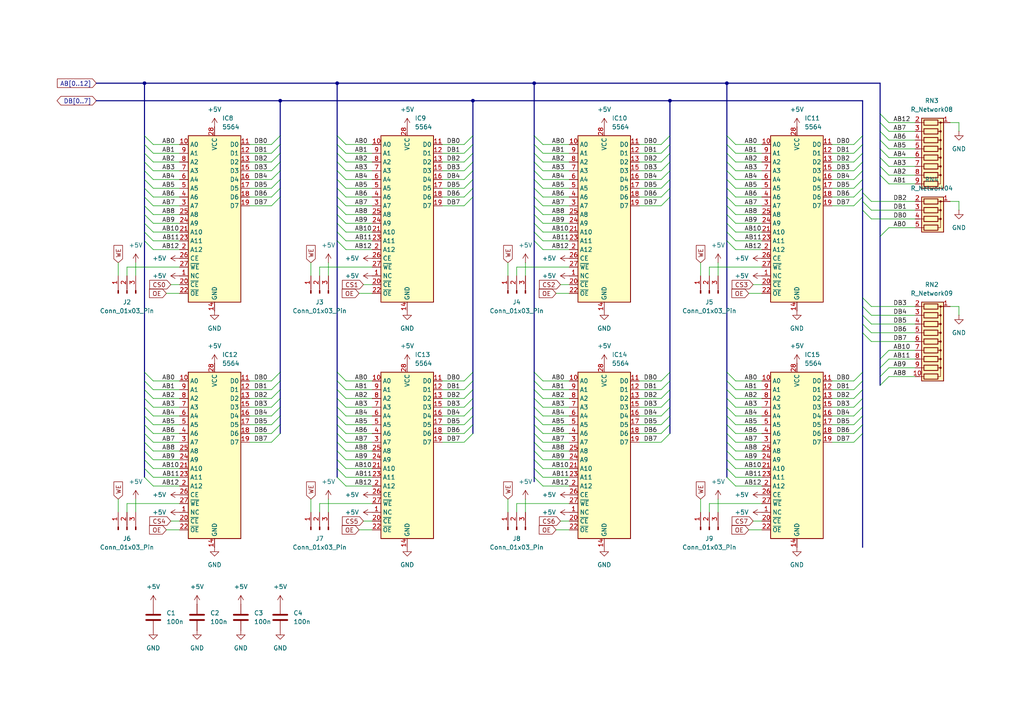
<source format=kicad_sch>
(kicad_sch (version 20231120) (generator "eeschema") (generator_version "8.0")
  (paper "A4")
  (junction (at 194.31 29.21))
  (junction (at 41.91 24.13))
  (junction (at 137.16 29.21))
  (junction (at 210.82 24.13))
  (junction (at 97.79 24.13))
  (junction (at 81.28 29.21))
  (junction (at 154.94 24.13))
  (bus_entry (at 247.65 57.15) (size 2.54 -2.54))
  (bus_entry (at 41.91 41.91) (size 2.54 2.54))
  (bus_entry (at 78.74 123.19) (size 2.54 -2.54))
  (bus_entry (at 210.82 130.81) (size 2.54 2.54))
  (bus_entry (at 247.65 46.99) (size 2.54 -2.54))
  (bus_entry (at 97.79 62.23) (size 2.54 2.54))
  (bus_entry (at 210.82 120.65) (size 2.54 2.54))
  (bus_entry (at 191.77 57.15) (size 2.54 -2.54))
  (bus_entry (at 78.74 125.73) (size 2.54 -2.54))
  (bus_entry (at 78.74 52.07) (size 2.54 -2.54))
  (bus_entry (at 41.91 67.31) (size 2.54 2.54))
  (bus_entry (at 191.77 52.07) (size 2.54 -2.54))
  (bus_entry (at 78.74 113.03) (size 2.54 -2.54))
  (bus_entry (at 154.94 69.85) (size 2.54 2.54))
  (bus_entry (at 210.82 125.73) (size 2.54 2.54))
  (bus_entry (at 255.27 109.22) (size 2.54 -2.54))
  (bus_entry (at 255.27 48.26) (size 2.54 2.54))
  (bus_entry (at 41.91 46.99) (size 2.54 2.54))
  (bus_entry (at 154.94 123.19) (size 2.54 2.54))
  (bus_entry (at 255.27 38.1) (size 2.54 2.54))
  (bus_entry (at 41.91 62.23) (size 2.54 2.54))
  (bus_entry (at 134.62 118.11) (size 2.54 -2.54))
  (bus_entry (at 78.74 44.45) (size 2.54 -2.54))
  (bus_entry (at 210.82 110.49) (size 2.54 2.54))
  (bus_entry (at 97.79 44.45) (size 2.54 2.54))
  (bus_entry (at 41.91 138.43) (size 2.54 2.54))
  (bus_entry (at 41.91 110.49) (size 2.54 2.54))
  (bus_entry (at 78.74 54.61) (size 2.54 -2.54))
  (bus_entry (at 191.77 54.61) (size 2.54 -2.54))
  (bus_entry (at 154.94 64.77) (size 2.54 2.54))
  (bus_entry (at 78.74 59.69) (size 2.54 -2.54))
  (bus_entry (at 250.19 58.42) (size 2.54 2.54))
  (bus_entry (at 134.62 54.61) (size 2.54 -2.54))
  (bus_entry (at 154.94 120.65) (size 2.54 2.54))
  (bus_entry (at 97.79 52.07) (size 2.54 2.54))
  (bus_entry (at 78.74 118.11) (size 2.54 -2.54))
  (bus_entry (at 191.77 44.45) (size 2.54 -2.54))
  (bus_entry (at 134.62 110.49) (size 2.54 -2.54))
  (bus_entry (at 97.79 69.85) (size 2.54 2.54))
  (bus_entry (at 154.94 57.15) (size 2.54 2.54))
  (bus_entry (at 210.82 123.19) (size 2.54 2.54))
  (bus_entry (at 210.82 57.15) (size 2.54 2.54))
  (bus_entry (at 210.82 107.95) (size 2.54 2.54))
  (bus_entry (at 210.82 54.61) (size 2.54 2.54))
  (bus_entry (at 41.91 39.37) (size 2.54 2.54))
  (bus_entry (at 255.27 68.58) (size 2.54 -2.54))
  (bus_entry (at 154.94 46.99) (size 2.54 2.54))
  (bus_entry (at 247.65 123.19) (size 2.54 -2.54))
  (bus_entry (at 210.82 118.11) (size 2.54 2.54))
  (bus_entry (at 97.79 57.15) (size 2.54 2.54))
  (bus_entry (at 255.27 106.68) (size 2.54 -2.54))
  (bus_entry (at 210.82 135.89) (size 2.54 2.54))
  (bus_entry (at 191.77 41.91) (size 2.54 -2.54))
  (bus_entry (at 154.94 128.27) (size 2.54 2.54))
  (bus_entry (at 154.94 113.03) (size 2.54 2.54))
  (bus_entry (at 250.19 96.52) (size 2.54 2.54))
  (bus_entry (at 154.94 52.07) (size 2.54 2.54))
  (bus_entry (at 191.77 59.69) (size 2.54 -2.54))
  (bus_entry (at 247.65 59.69) (size 2.54 -2.54))
  (bus_entry (at 154.94 41.91) (size 2.54 2.54))
  (bus_entry (at 97.79 115.57) (size 2.54 2.54))
  (bus_entry (at 255.27 104.14) (size 2.54 -2.54))
  (bus_entry (at 78.74 115.57) (size 2.54 -2.54))
  (bus_entry (at 41.91 49.53) (size 2.54 2.54))
  (bus_entry (at 41.91 57.15) (size 2.54 2.54))
  (bus_entry (at 250.19 91.44) (size 2.54 2.54))
  (bus_entry (at 154.94 59.69) (size 2.54 2.54))
  (bus_entry (at 255.27 35.56) (size 2.54 2.54))
  (bus_entry (at 97.79 41.91) (size 2.54 2.54))
  (bus_entry (at 250.19 88.9) (size 2.54 2.54))
  (bus_entry (at 41.91 115.57) (size 2.54 2.54))
  (bus_entry (at 41.91 52.07) (size 2.54 2.54))
  (bus_entry (at 154.94 133.35) (size 2.54 2.54))
  (bus_entry (at 247.65 52.07) (size 2.54 -2.54))
  (bus_entry (at 255.27 50.8) (size 2.54 2.54))
  (bus_entry (at 97.79 67.31) (size 2.54 2.54))
  (bus_entry (at 191.77 46.99) (size 2.54 -2.54))
  (bus_entry (at 78.74 128.27) (size 2.54 -2.54))
  (bus_entry (at 97.79 59.69) (size 2.54 2.54))
  (bus_entry (at 97.79 128.27) (size 2.54 2.54))
  (bus_entry (at 210.82 52.07) (size 2.54 2.54))
  (bus_entry (at 154.94 138.43) (size 2.54 2.54))
  (bus_entry (at 191.77 123.19) (size 2.54 -2.54))
  (bus_entry (at 250.19 55.88) (size 2.54 2.54))
  (bus_entry (at 210.82 115.57) (size 2.54 2.54))
  (bus_entry (at 210.82 138.43) (size 2.54 2.54))
  (bus_entry (at 250.19 60.96) (size 2.54 2.54))
  (bus_entry (at 154.94 67.31) (size 2.54 2.54))
  (bus_entry (at 210.82 62.23) (size 2.54 2.54))
  (bus_entry (at 210.82 46.99) (size 2.54 2.54))
  (bus_entry (at 78.74 46.99) (size 2.54 -2.54))
  (bus_entry (at 78.74 120.65) (size 2.54 -2.54))
  (bus_entry (at 97.79 125.73) (size 2.54 2.54))
  (bus_entry (at 154.94 130.81) (size 2.54 2.54))
  (bus_entry (at 78.74 57.15) (size 2.54 -2.54))
  (bus_entry (at 97.79 138.43) (size 2.54 2.54))
  (bus_entry (at 78.74 41.91) (size 2.54 -2.54))
  (bus_entry (at 41.91 133.35) (size 2.54 2.54))
  (bus_entry (at 41.91 128.27) (size 2.54 2.54))
  (bus_entry (at 247.65 118.11) (size 2.54 -2.54))
  (bus_entry (at 191.77 110.49) (size 2.54 -2.54))
  (bus_entry (at 41.91 118.11) (size 2.54 2.54))
  (bus_entry (at 41.91 130.81) (size 2.54 2.54))
  (bus_entry (at 134.62 115.57) (size 2.54 -2.54))
  (bus_entry (at 247.65 41.91) (size 2.54 -2.54))
  (bus_entry (at 97.79 107.95) (size 2.54 2.54))
  (bus_entry (at 247.65 113.03) (size 2.54 -2.54))
  (bus_entry (at 41.91 69.85) (size 2.54 2.54))
  (bus_entry (at 210.82 39.37) (size 2.54 2.54))
  (bus_entry (at 154.94 118.11) (size 2.54 2.54))
  (bus_entry (at 134.62 125.73) (size 2.54 -2.54))
  (bus_entry (at 134.62 46.99) (size 2.54 -2.54))
  (bus_entry (at 247.65 125.73) (size 2.54 -2.54))
  (bus_entry (at 210.82 41.91) (size 2.54 2.54))
  (bus_entry (at 210.82 49.53) (size 2.54 2.54))
  (bus_entry (at 134.62 123.19) (size 2.54 -2.54))
  (bus_entry (at 134.62 57.15) (size 2.54 -2.54))
  (bus_entry (at 134.62 49.53) (size 2.54 -2.54))
  (bus_entry (at 134.62 120.65) (size 2.54 -2.54))
  (bus_entry (at 210.82 128.27) (size 2.54 2.54))
  (bus_entry (at 134.62 128.27) (size 2.54 -2.54))
  (bus_entry (at 255.27 111.76) (size 2.54 -2.54))
  (bus_entry (at 250.19 93.98) (size 2.54 2.54))
  (bus_entry (at 154.94 135.89) (size 2.54 2.54))
  (bus_entry (at 154.94 54.61) (size 2.54 2.54))
  (bus_entry (at 154.94 39.37) (size 2.54 2.54))
  (bus_entry (at 255.27 33.02) (size 2.54 2.54))
  (bus_entry (at 247.65 115.57) (size 2.54 -2.54))
  (bus_entry (at 247.65 110.49) (size 2.54 -2.54))
  (bus_entry (at 255.27 45.72) (size 2.54 2.54))
  (bus_entry (at 210.82 44.45) (size 2.54 2.54))
  (bus_entry (at 210.82 133.35) (size 2.54 2.54))
  (bus_entry (at 41.91 123.19) (size 2.54 2.54))
  (bus_entry (at 191.77 49.53) (size 2.54 -2.54))
  (bus_entry (at 97.79 123.19) (size 2.54 2.54))
  (bus_entry (at 97.79 120.65) (size 2.54 2.54))
  (bus_entry (at 247.65 128.27) (size 2.54 -2.54))
  (bus_entry (at 41.91 135.89) (size 2.54 2.54))
  (bus_entry (at 134.62 44.45) (size 2.54 -2.54))
  (bus_entry (at 97.79 110.49) (size 2.54 2.54))
  (bus_entry (at 154.94 107.95) (size 2.54 2.54))
  (bus_entry (at 97.79 118.11) (size 2.54 2.54))
  (bus_entry (at 154.94 62.23) (size 2.54 2.54))
  (bus_entry (at 97.79 64.77) (size 2.54 2.54))
  (bus_entry (at 41.91 125.73) (size 2.54 2.54))
  (bus_entry (at 210.82 59.69) (size 2.54 2.54))
  (bus_entry (at 134.62 52.07) (size 2.54 -2.54))
  (bus_entry (at 134.62 41.91) (size 2.54 -2.54))
  (bus_entry (at 247.65 44.45) (size 2.54 -2.54))
  (bus_entry (at 255.27 40.64) (size 2.54 2.54))
  (bus_entry (at 97.79 39.37) (size 2.54 2.54))
  (bus_entry (at 134.62 59.69) (size 2.54 -2.54))
  (bus_entry (at 247.65 49.53) (size 2.54 -2.54))
  (bus_entry (at 154.94 44.45) (size 2.54 2.54))
  (bus_entry (at 154.94 49.53) (size 2.54 2.54))
  (bus_entry (at 41.91 59.69) (size 2.54 2.54))
  (bus_entry (at 255.27 43.18) (size 2.54 2.54))
  (bus_entry (at 41.91 54.61) (size 2.54 2.54))
  (bus_entry (at 41.91 107.95) (size 2.54 2.54))
  (bus_entry (at 97.79 49.53) (size 2.54 2.54))
  (bus_entry (at 41.91 64.77) (size 2.54 2.54))
  (bus_entry (at 154.94 125.73) (size 2.54 2.54))
  (bus_entry (at 78.74 110.49) (size 2.54 -2.54))
  (bus_entry (at 191.77 125.73) (size 2.54 -2.54))
  (bus_entry (at 134.62 113.03) (size 2.54 -2.54))
  (bus_entry (at 97.79 130.81) (size 2.54 2.54))
  (bus_entry (at 41.91 113.03) (size 2.54 2.54))
  (bus_entry (at 191.77 118.11) (size 2.54 -2.54))
  (bus_entry (at 210.82 64.77) (size 2.54 2.54))
  (bus_entry (at 247.65 54.61) (size 2.54 -2.54))
  (bus_entry (at 97.79 135.89) (size 2.54 2.54))
  (bus_entry (at 247.65 120.65) (size 2.54 -2.54))
  (bus_entry (at 97.79 133.35) (size 2.54 2.54))
  (bus_entry (at 191.77 115.57) (size 2.54 -2.54))
  (bus_entry (at 97.79 54.61) (size 2.54 2.54))
  (bus_entry (at 191.77 113.03) (size 2.54 -2.54))
  (bus_entry (at 154.94 110.49) (size 2.54 2.54))
  (bus_entry (at 191.77 120.65) (size 2.54 -2.54))
  (bus_entry (at 210.82 113.03) (size 2.54 2.54))
  (bus_entry (at 97.79 46.99) (size 2.54 2.54))
  (bus_entry (at 210.82 69.85) (size 2.54 2.54))
  (bus_entry (at 250.19 86.36) (size 2.54 2.54))
  (bus_entry (at 78.74 49.53) (size 2.54 -2.54))
  (bus_entry (at 41.91 44.45) (size 2.54 2.54))
  (bus_entry (at 97.79 113.03) (size 2.54 2.54))
  (bus_entry (at 41.91 120.65) (size 2.54 2.54))
  (bus_entry (at 191.77 128.27) (size 2.54 -2.54))
  (bus_entry (at 154.94 115.57) (size 2.54 2.54))
  (bus_entry (at 210.82 67.31) (size 2.54 2.54))
  (bus (pts (xy 210.82 69.85) (xy 210.82 107.95)))
  (wire (pts (xy 213.36 44.45) (xy 220.98 44.45)))
  (wire (pts (xy 128.27 120.65) (xy 134.62 120.65)))
  (wire (pts (xy 213.36 64.77) (xy 220.98 64.77)))
  (wire (pts (xy 241.3 46.99) (xy 247.65 46.99)))
  (bus (pts (xy 81.28 123.19) (xy 81.28 120.65)))
  (bus (pts (xy 97.79 39.37) (xy 97.79 41.91)))
  (wire (pts (xy 157.48 59.69) (xy 165.1 59.69)))
  (wire (pts (xy 100.33 44.45) (xy 107.95 44.45)))
  (wire (pts (xy 104.14 153.67) (xy 107.95 153.67)))
  (bus (pts (xy 97.79 128.27) (xy 97.79 130.81)))
  (wire (pts (xy 185.42 125.73) (xy 191.77 125.73)))
  (bus (pts (xy 250.19 120.65) (xy 250.19 123.19)))
  (bus (pts (xy 154.94 138.43) (xy 154.94 139.7)))
  (wire (pts (xy 100.33 123.19) (xy 107.95 123.19)))
  (wire (pts (xy 72.39 128.27) (xy 78.74 128.27)))
  (wire (pts (xy 90.17 76.2) (xy 90.17 80.01)))
  (wire (pts (xy 152.4 76.2) (xy 152.4 80.01)))
  (bus (pts (xy 255.27 35.56) (xy 255.27 38.1)))
  (wire (pts (xy 257.81 43.18) (xy 265.43 43.18)))
  (bus (pts (xy 255.27 106.68) (xy 255.27 109.22)))
  (wire (pts (xy 218.44 151.13) (xy 220.98 151.13)))
  (bus (pts (xy 194.31 54.61) (xy 194.31 57.15)))
  (wire (pts (xy 213.36 59.69) (xy 220.98 59.69)))
  (bus (pts (xy 97.79 135.89) (xy 97.79 138.43)))
  (wire (pts (xy 34.29 144.78) (xy 34.29 148.59)))
  (bus (pts (xy 250.19 86.36) (xy 250.19 88.9)))
  (wire (pts (xy 44.45 120.65) (xy 52.07 120.65)))
  (wire (pts (xy 185.42 113.03) (xy 191.77 113.03)))
  (bus (pts (xy 97.79 59.69) (xy 97.79 62.23)))
  (bus (pts (xy 250.19 49.53) (xy 250.19 52.07)))
  (wire (pts (xy 100.33 115.57) (xy 107.95 115.57)))
  (bus (pts (xy 81.28 57.15) (xy 81.28 54.61)))
  (wire (pts (xy 241.3 115.57) (xy 247.65 115.57)))
  (wire (pts (xy 100.33 128.27) (xy 107.95 128.27)))
  (bus (pts (xy 41.91 138.43) (xy 41.91 135.89)))
  (bus (pts (xy 41.91 113.03) (xy 41.91 110.49)))
  (wire (pts (xy 157.48 125.73) (xy 165.1 125.73)))
  (wire (pts (xy 257.81 104.14) (xy 265.43 104.14)))
  (wire (pts (xy 128.27 57.15) (xy 134.62 57.15)))
  (bus (pts (xy 210.82 64.77) (xy 210.82 67.31)))
  (wire (pts (xy 205.74 146.05) (xy 220.98 146.05)))
  (wire (pts (xy 44.45 41.91) (xy 52.07 41.91)))
  (wire (pts (xy 128.27 113.03) (xy 134.62 113.03)))
  (wire (pts (xy 208.28 144.78) (xy 208.28 148.59)))
  (wire (pts (xy 72.39 57.15) (xy 78.74 57.15)))
  (wire (pts (xy 252.73 63.5) (xy 265.43 63.5)))
  (wire (pts (xy 149.86 146.05) (xy 165.1 146.05)))
  (wire (pts (xy 213.36 115.57) (xy 220.98 115.57)))
  (wire (pts (xy 252.73 93.98) (xy 265.43 93.98)))
  (bus (pts (xy 194.31 52.07) (xy 194.31 54.61)))
  (bus (pts (xy 137.16 54.61) (xy 137.16 57.15)))
  (wire (pts (xy 92.71 77.47) (xy 92.71 80.01)))
  (wire (pts (xy 213.36 49.53) (xy 220.98 49.53)))
  (wire (pts (xy 162.56 151.13) (xy 165.1 151.13)))
  (wire (pts (xy 128.27 49.53) (xy 134.62 49.53)))
  (bus (pts (xy 137.16 110.49) (xy 137.16 113.03)))
  (wire (pts (xy 100.33 133.35) (xy 107.95 133.35)))
  (wire (pts (xy 72.39 115.57) (xy 78.74 115.57)))
  (wire (pts (xy 36.83 146.05) (xy 52.07 146.05)))
  (wire (pts (xy 275.59 58.42) (xy 278.13 58.42)))
  (wire (pts (xy 157.48 140.97) (xy 165.1 140.97)))
  (bus (pts (xy 194.31 46.99) (xy 194.31 49.53)))
  (wire (pts (xy 157.48 138.43) (xy 165.1 138.43)))
  (bus (pts (xy 194.31 49.53) (xy 194.31 52.07)))
  (bus (pts (xy 210.82 59.69) (xy 210.82 62.23)))
  (bus (pts (xy 250.19 39.37) (xy 250.19 41.91)))
  (wire (pts (xy 157.48 64.77) (xy 165.1 64.77)))
  (bus (pts (xy 27.94 24.13) (xy 41.91 24.13)))
  (bus (pts (xy 250.19 54.61) (xy 250.19 55.88)))
  (wire (pts (xy 128.27 125.73) (xy 134.62 125.73)))
  (bus (pts (xy 250.19 41.91) (xy 250.19 44.45)))
  (bus (pts (xy 137.16 123.19) (xy 137.16 125.73)))
  (wire (pts (xy 157.48 115.57) (xy 165.1 115.57)))
  (wire (pts (xy 213.36 72.39) (xy 220.98 72.39)))
  (bus (pts (xy 41.91 44.45) (xy 41.91 41.91)))
  (bus (pts (xy 255.27 43.18) (xy 255.27 45.72)))
  (bus (pts (xy 137.16 57.15) (xy 137.16 107.95)))
  (wire (pts (xy 252.73 58.42) (xy 265.43 58.42)))
  (bus (pts (xy 154.94 123.19) (xy 154.94 125.73)))
  (wire (pts (xy 44.45 54.61) (xy 52.07 54.61)))
  (wire (pts (xy 241.3 113.03) (xy 247.65 113.03)))
  (bus (pts (xy 41.91 123.19) (xy 41.91 120.65)))
  (wire (pts (xy 217.17 153.67) (xy 220.98 153.67)))
  (wire (pts (xy 185.42 54.61) (xy 191.77 54.61)))
  (bus (pts (xy 250.19 110.49) (xy 250.19 113.03)))
  (wire (pts (xy 213.36 128.27) (xy 220.98 128.27)))
  (wire (pts (xy 44.45 72.39) (xy 52.07 72.39)))
  (wire (pts (xy 152.4 144.78) (xy 152.4 148.59)))
  (bus (pts (xy 154.94 67.31) (xy 154.94 69.85)))
  (bus (pts (xy 210.82 46.99) (xy 210.82 49.53)))
  (wire (pts (xy 149.86 77.47) (xy 165.1 77.47)))
  (bus (pts (xy 137.16 44.45) (xy 137.16 46.99)))
  (wire (pts (xy 278.13 35.56) (xy 278.13 38.1)))
  (bus (pts (xy 97.79 69.85) (xy 97.79 107.95)))
  (bus (pts (xy 194.31 39.37) (xy 194.31 41.91)))
  (wire (pts (xy 217.17 85.09) (xy 220.98 85.09)))
  (wire (pts (xy 218.44 82.55) (xy 220.98 82.55)))
  (wire (pts (xy 252.73 91.44) (xy 265.43 91.44)))
  (bus (pts (xy 137.16 52.07) (xy 137.16 54.61)))
  (bus (pts (xy 255.27 68.58) (xy 255.27 104.14)))
  (wire (pts (xy 241.3 123.19) (xy 247.65 123.19)))
  (bus (pts (xy 81.28 46.99) (xy 81.28 44.45)))
  (wire (pts (xy 257.81 40.64) (xy 265.43 40.64)))
  (bus (pts (xy 210.82 24.13) (xy 255.27 24.13)))
  (bus (pts (xy 81.28 52.07) (xy 81.28 49.53)))
  (bus (pts (xy 210.82 49.53) (xy 210.82 52.07)))
  (wire (pts (xy 185.42 115.57) (xy 191.77 115.57)))
  (bus (pts (xy 255.27 38.1) (xy 255.27 40.64)))
  (bus (pts (xy 210.82 24.13) (xy 210.82 39.37)))
  (wire (pts (xy 203.2 144.78) (xy 203.2 148.59)))
  (bus (pts (xy 154.94 39.37) (xy 154.94 41.91)))
  (wire (pts (xy 100.33 59.69) (xy 107.95 59.69)))
  (wire (pts (xy 241.3 120.65) (xy 247.65 120.65)))
  (bus (pts (xy 41.91 46.99) (xy 41.91 44.45)))
  (wire (pts (xy 72.39 125.73) (xy 78.74 125.73)))
  (bus (pts (xy 137.16 29.21) (xy 194.31 29.21)))
  (bus (pts (xy 97.79 67.31) (xy 97.79 69.85)))
  (bus (pts (xy 41.91 24.13) (xy 97.79 24.13)))
  (wire (pts (xy 44.45 133.35) (xy 52.07 133.35)))
  (bus (pts (xy 137.16 29.21) (xy 137.16 39.37)))
  (bus (pts (xy 210.82 135.89) (xy 210.82 138.43)))
  (wire (pts (xy 185.42 118.11) (xy 191.77 118.11)))
  (bus (pts (xy 194.31 107.95) (xy 194.31 110.49)))
  (wire (pts (xy 275.59 88.9) (xy 278.13 88.9)))
  (wire (pts (xy 161.29 85.09) (xy 165.1 85.09)))
  (wire (pts (xy 48.26 85.09) (xy 52.07 85.09)))
  (wire (pts (xy 252.73 60.96) (xy 265.43 60.96)))
  (wire (pts (xy 44.45 138.43) (xy 52.07 138.43)))
  (bus (pts (xy 154.94 107.95) (xy 154.94 110.49)))
  (bus (pts (xy 97.79 62.23) (xy 97.79 64.77)))
  (wire (pts (xy 105.41 151.13) (xy 107.95 151.13)))
  (wire (pts (xy 157.48 113.03) (xy 165.1 113.03)))
  (wire (pts (xy 252.73 88.9) (xy 265.43 88.9)))
  (wire (pts (xy 72.39 113.03) (xy 78.74 113.03)))
  (wire (pts (xy 104.14 85.09) (xy 107.95 85.09)))
  (bus (pts (xy 137.16 46.99) (xy 137.16 49.53)))
  (wire (pts (xy 44.45 113.03) (xy 52.07 113.03)))
  (wire (pts (xy 157.48 67.31) (xy 165.1 67.31)))
  (bus (pts (xy 250.19 115.57) (xy 250.19 118.11)))
  (wire (pts (xy 213.36 110.49) (xy 220.98 110.49)))
  (wire (pts (xy 72.39 52.07) (xy 78.74 52.07)))
  (bus (pts (xy 194.31 57.15) (xy 194.31 107.95)))
  (bus (pts (xy 81.28 49.53) (xy 81.28 46.99)))
  (bus (pts (xy 41.91 39.37) (xy 41.91 24.13)))
  (bus (pts (xy 210.82 118.11) (xy 210.82 120.65)))
  (wire (pts (xy 100.33 49.53) (xy 107.95 49.53)))
  (bus (pts (xy 154.94 135.89) (xy 154.94 138.43)))
  (wire (pts (xy 100.33 64.77) (xy 107.95 64.77)))
  (wire (pts (xy 100.33 69.85) (xy 107.95 69.85)))
  (wire (pts (xy 44.45 49.53) (xy 52.07 49.53)))
  (bus (pts (xy 250.19 60.96) (xy 250.19 86.36)))
  (wire (pts (xy 128.27 44.45) (xy 134.62 44.45)))
  (wire (pts (xy 100.33 46.99) (xy 107.95 46.99)))
  (wire (pts (xy 257.81 53.34) (xy 265.43 53.34)))
  (bus (pts (xy 41.91 128.27) (xy 41.91 125.73)))
  (wire (pts (xy 44.45 52.07) (xy 52.07 52.07)))
  (wire (pts (xy 44.45 69.85) (xy 52.07 69.85)))
  (wire (pts (xy 241.3 118.11) (xy 247.65 118.11)))
  (wire (pts (xy 185.42 57.15) (xy 191.77 57.15)))
  (bus (pts (xy 81.28 39.37) (xy 81.28 29.21)))
  (bus (pts (xy 137.16 107.95) (xy 137.16 110.49)))
  (wire (pts (xy 157.48 44.45) (xy 165.1 44.45)))
  (bus (pts (xy 81.28 118.11) (xy 81.28 115.57)))
  (wire (pts (xy 213.36 57.15) (xy 220.98 57.15)))
  (wire (pts (xy 205.74 77.47) (xy 205.74 80.01)))
  (wire (pts (xy 44.45 44.45) (xy 52.07 44.45)))
  (wire (pts (xy 185.42 46.99) (xy 191.77 46.99)))
  (wire (pts (xy 34.29 76.2) (xy 34.29 80.01)))
  (bus (pts (xy 154.94 110.49) (xy 154.94 113.03)))
  (bus (pts (xy 154.94 54.61) (xy 154.94 57.15)))
  (bus (pts (xy 250.19 57.15) (xy 250.19 58.42)))
  (wire (pts (xy 213.36 69.85) (xy 220.98 69.85)))
  (bus (pts (xy 41.91 41.91) (xy 41.91 39.37)))
  (wire (pts (xy 278.13 88.9) (xy 278.13 91.44)))
  (wire (pts (xy 157.48 52.07) (xy 165.1 52.07)))
  (bus (pts (xy 41.91 133.35) (xy 41.91 130.81)))
  (bus (pts (xy 194.31 113.03) (xy 194.31 115.57)))
  (bus (pts (xy 154.94 69.85) (xy 154.94 107.95)))
  (bus (pts (xy 41.91 59.69) (xy 41.91 57.15)))
  (wire (pts (xy 49.53 82.55) (xy 52.07 82.55)))
  (wire (pts (xy 44.45 135.89) (xy 52.07 135.89)))
  (bus (pts (xy 137.16 120.65) (xy 137.16 123.19)))
  (bus (pts (xy 97.79 54.61) (xy 97.79 57.15)))
  (wire (pts (xy 92.71 146.05) (xy 107.95 146.05)))
  (wire (pts (xy 100.33 54.61) (xy 107.95 54.61)))
  (wire (pts (xy 39.37 76.2) (xy 39.37 80.01)))
  (bus (pts (xy 210.82 128.27) (xy 210.82 130.81)))
  (wire (pts (xy 205.74 77.47) (xy 220.98 77.47)))
  (wire (pts (xy 44.45 115.57) (xy 52.07 115.57)))
  (bus (pts (xy 27.94 29.21) (xy 81.28 29.21)))
  (bus (pts (xy 97.79 113.03) (xy 97.79 115.57)))
  (bus (pts (xy 97.79 44.45) (xy 97.79 46.99)))
  (wire (pts (xy 157.48 57.15) (xy 165.1 57.15)))
  (wire (pts (xy 157.48 54.61) (xy 165.1 54.61)))
  (bus (pts (xy 154.94 46.99) (xy 154.94 49.53)))
  (wire (pts (xy 157.48 135.89) (xy 165.1 135.89)))
  (bus (pts (xy 250.19 88.9) (xy 250.19 91.44)))
  (bus (pts (xy 81.28 125.73) (xy 81.28 123.19)))
  (bus (pts (xy 97.79 41.91) (xy 97.79 44.45)))
  (bus (pts (xy 97.79 120.65) (xy 97.79 123.19)))
  (bus (pts (xy 250.19 125.73) (xy 250.19 158.75)))
  (bus (pts (xy 41.91 115.57) (xy 41.91 113.03)))
  (bus (pts (xy 137.16 39.37) (xy 137.16 41.91)))
  (bus (pts (xy 41.91 125.73) (xy 41.91 123.19)))
  (bus (pts (xy 210.82 110.49) (xy 210.82 113.03)))
  (bus (pts (xy 41.91 54.61) (xy 41.91 52.07)))
  (wire (pts (xy 105.41 82.55) (xy 107.95 82.55)))
  (wire (pts (xy 100.33 67.31) (xy 107.95 67.31)))
  (wire (pts (xy 185.42 128.27) (xy 191.77 128.27)))
  (bus (pts (xy 154.94 64.77) (xy 154.94 67.31)))
  (wire (pts (xy 257.81 48.26) (xy 265.43 48.26)))
  (wire (pts (xy 72.39 46.99) (xy 78.74 46.99)))
  (wire (pts (xy 92.71 146.05) (xy 92.71 148.59)))
  (bus (pts (xy 154.94 62.23) (xy 154.94 64.77)))
  (bus (pts (xy 41.91 52.07) (xy 41.91 49.53)))
  (wire (pts (xy 185.42 52.07) (xy 191.77 52.07)))
  (wire (pts (xy 213.36 133.35) (xy 220.98 133.35)))
  (wire (pts (xy 185.42 41.91) (xy 191.77 41.91)))
  (bus (pts (xy 81.28 110.49) (xy 81.28 107.95)))
  (bus (pts (xy 255.27 109.22) (xy 255.27 111.76)))
  (wire (pts (xy 100.33 125.73) (xy 107.95 125.73)))
  (wire (pts (xy 44.45 64.77) (xy 52.07 64.77)))
  (wire (pts (xy 44.45 130.81) (xy 52.07 130.81)))
  (bus (pts (xy 97.79 24.13) (xy 154.94 24.13)))
  (wire (pts (xy 157.48 118.11) (xy 165.1 118.11)))
  (bus (pts (xy 154.94 120.65) (xy 154.94 123.19)))
  (wire (pts (xy 44.45 125.73) (xy 52.07 125.73)))
  (wire (pts (xy 44.45 57.15) (xy 52.07 57.15)))
  (bus (pts (xy 210.82 123.19) (xy 210.82 125.73)))
  (wire (pts (xy 161.29 153.67) (xy 165.1 153.67)))
  (bus (pts (xy 81.28 107.95) (xy 81.28 57.15)))
  (wire (pts (xy 128.27 41.91) (xy 134.62 41.91)))
  (wire (pts (xy 213.36 135.89) (xy 220.98 135.89)))
  (bus (pts (xy 250.19 93.98) (xy 250.19 96.52)))
  (wire (pts (xy 100.33 113.03) (xy 107.95 113.03)))
  (wire (pts (xy 72.39 120.65) (xy 78.74 120.65)))
  (wire (pts (xy 208.28 76.2) (xy 208.28 80.01)))
  (bus (pts (xy 250.19 29.21) (xy 250.19 39.37)))
  (bus (pts (xy 154.94 130.81) (xy 154.94 133.35)))
  (bus (pts (xy 194.31 110.49) (xy 194.31 113.03)))
  (wire (pts (xy 157.48 46.99) (xy 165.1 46.99)))
  (bus (pts (xy 137.16 118.11) (xy 137.16 120.65)))
  (bus (pts (xy 97.79 107.95) (xy 97.79 110.49)))
  (wire (pts (xy 162.56 82.55) (xy 165.1 82.55)))
  (wire (pts (xy 44.45 128.27) (xy 52.07 128.27)))
  (bus (pts (xy 210.82 130.81) (xy 210.82 133.35)))
  (wire (pts (xy 100.33 120.65) (xy 107.95 120.65)))
  (bus (pts (xy 210.82 52.07) (xy 210.82 54.61)))
  (wire (pts (xy 241.3 41.91) (xy 247.65 41.91)))
  (wire (pts (xy 72.39 54.61) (xy 78.74 54.61)))
  (bus (pts (xy 97.79 133.35) (xy 97.79 135.89)))
  (bus (pts (xy 250.19 55.88) (xy 250.19 57.15)))
  (wire (pts (xy 147.32 76.2) (xy 147.32 80.01)))
  (wire (pts (xy 241.3 52.07) (xy 247.65 52.07)))
  (wire (pts (xy 44.45 46.99) (xy 52.07 46.99)))
  (wire (pts (xy 100.33 62.23) (xy 107.95 62.23)))
  (bus (pts (xy 194.31 120.65) (xy 194.31 123.19)))
  (bus (pts (xy 81.28 29.21) (xy 137.16 29.21)))
  (wire (pts (xy 90.17 144.78) (xy 90.17 148.59)))
  (wire (pts (xy 185.42 120.65) (xy 191.77 120.65)))
  (wire (pts (xy 213.36 62.23) (xy 220.98 62.23)))
  (bus (pts (xy 41.91 110.49) (xy 41.91 107.95)))
  (wire (pts (xy 100.33 52.07) (xy 107.95 52.07)))
  (wire (pts (xy 72.39 118.11) (xy 78.74 118.11)))
  (bus (pts (xy 210.82 39.37) (xy 210.82 41.91)))
  (bus (pts (xy 137.16 49.53) (xy 137.16 52.07)))
  (wire (pts (xy 128.27 110.49) (xy 134.62 110.49)))
  (bus (pts (xy 41.91 57.15) (xy 41.91 54.61)))
  (bus (pts (xy 250.19 123.19) (xy 250.19 125.73)))
  (wire (pts (xy 72.39 44.45) (xy 78.74 44.45)))
  (wire (pts (xy 100.33 57.15) (xy 107.95 57.15)))
  (bus (pts (xy 210.82 120.65) (xy 210.82 123.19)))
  (bus (pts (xy 250.19 107.95) (xy 250.19 110.49)))
  (wire (pts (xy 213.36 130.81) (xy 220.98 130.81)))
  (wire (pts (xy 257.81 66.04) (xy 265.43 66.04)))
  (wire (pts (xy 128.27 46.99) (xy 134.62 46.99)))
  (bus (pts (xy 210.82 62.23) (xy 210.82 64.77)))
  (wire (pts (xy 44.45 140.97) (xy 52.07 140.97)))
  (bus (pts (xy 255.27 48.26) (xy 255.27 50.8)))
  (bus (pts (xy 210.82 125.73) (xy 210.82 128.27)))
  (wire (pts (xy 100.33 110.49) (xy 107.95 110.49)))
  (bus (pts (xy 97.79 49.53) (xy 97.79 52.07)))
  (bus (pts (xy 250.19 52.07) (xy 250.19 54.61)))
  (wire (pts (xy 44.45 62.23) (xy 52.07 62.23)))
  (bus (pts (xy 97.79 24.13) (xy 97.79 39.37)))
  (bus (pts (xy 255.27 45.72) (xy 255.27 48.26)))
  (bus (pts (xy 41.91 118.11) (xy 41.91 115.57)))
  (bus (pts (xy 154.94 59.69) (xy 154.94 62.23)))
  (bus (pts (xy 41.91 107.95) (xy 41.91 69.85)))
  (wire (pts (xy 44.45 110.49) (xy 52.07 110.49)))
  (wire (pts (xy 203.2 76.2) (xy 203.2 80.01)))
  (wire (pts (xy 257.81 109.22) (xy 265.43 109.22)))
  (bus (pts (xy 154.94 24.13) (xy 210.82 24.13)))
  (wire (pts (xy 128.27 115.57) (xy 134.62 115.57)))
  (bus (pts (xy 255.27 50.8) (xy 255.27 68.58)))
  (bus (pts (xy 210.82 67.31) (xy 210.82 69.85)))
  (wire (pts (xy 157.48 110.49) (xy 165.1 110.49)))
  (bus (pts (xy 154.94 118.11) (xy 154.94 120.65)))
  (wire (pts (xy 44.45 118.11) (xy 52.07 118.11)))
  (bus (pts (xy 194.31 29.21) (xy 194.31 39.37)))
  (wire (pts (xy 92.71 77.47) (xy 107.95 77.47)))
  (bus (pts (xy 81.28 41.91) (xy 81.28 39.37)))
  (wire (pts (xy 100.33 130.81) (xy 107.95 130.81)))
  (wire (pts (xy 157.48 123.19) (xy 165.1 123.19)))
  (wire (pts (xy 128.27 123.19) (xy 134.62 123.19)))
  (bus (pts (xy 255.27 40.64) (xy 255.27 43.18)))
  (bus (pts (xy 97.79 52.07) (xy 97.79 54.61)))
  (bus (pts (xy 81.28 54.61) (xy 81.28 52.07)))
  (wire (pts (xy 100.33 135.89) (xy 107.95 135.89)))
  (wire (pts (xy 149.86 146.05) (xy 149.86 148.59)))
  (bus (pts (xy 41.91 67.31) (xy 41.91 64.77)))
  (wire (pts (xy 49.53 151.13) (xy 52.07 151.13)))
  (bus (pts (xy 194.31 118.11) (xy 194.31 120.65)))
  (bus (pts (xy 210.82 115.57) (xy 210.82 118.11)))
  (wire (pts (xy 257.81 35.56) (xy 265.43 35.56)))
  (wire (pts (xy 100.33 140.97) (xy 107.95 140.97)))
  (bus (pts (xy 97.79 125.73) (xy 97.79 128.27)))
  (wire (pts (xy 213.36 41.91) (xy 220.98 41.91)))
  (bus (pts (xy 194.31 44.45) (xy 194.31 46.99)))
  (wire (pts (xy 205.74 146.05) (xy 205.74 148.59)))
  (wire (pts (xy 128.27 128.27) (xy 134.62 128.27)))
  (wire (pts (xy 241.3 128.27) (xy 247.65 128.27)))
  (bus (pts (xy 255.27 24.13) (xy 255.27 33.02)))
  (wire (pts (xy 72.39 59.69) (xy 78.74 59.69)))
  (wire (pts (xy 128.27 118.11) (xy 134.62 118.11)))
  (bus (pts (xy 41.91 62.23) (xy 41.91 59.69)))
  (bus (pts (xy 210.82 54.61) (xy 210.82 57.15)))
  (bus (pts (xy 41.91 64.77) (xy 41.91 62.23)))
  (wire (pts (xy 241.3 54.61) (xy 247.65 54.61)))
  (bus (pts (xy 97.79 110.49) (xy 97.79 113.03)))
  (bus (pts (xy 210.82 41.91) (xy 210.82 44.45)))
  (wire (pts (xy 157.48 69.85) (xy 165.1 69.85)))
  (wire (pts (xy 100.33 41.91) (xy 107.95 41.91)))
  (bus (pts (xy 137.16 41.91) (xy 137.16 44.45)))
  (wire (pts (xy 157.48 128.27) (xy 165.1 128.27)))
  (bus (pts (xy 81.28 44.45) (xy 81.28 41.91)))
  (bus (pts (xy 194.31 29.21) (xy 250.19 29.21)))
  (wire (pts (xy 213.36 54.61) (xy 220.98 54.61)))
  (bus (pts (xy 97.79 57.15) (xy 97.79 59.69)))
  (bus (pts (xy 210.82 113.03) (xy 210.82 115.57)))
  (wire (pts (xy 44.45 67.31) (xy 52.07 67.31)))
  (wire (pts (xy 36.83 77.47) (xy 52.07 77.47)))
  (wire (pts (xy 185.42 110.49) (xy 191.77 110.49)))
  (bus (pts (xy 210.82 133.35) (xy 210.82 135.89)))
  (wire (pts (xy 252.73 96.52) (xy 265.43 96.52)))
  (bus (pts (xy 81.28 113.03) (xy 81.28 110.49)))
  (wire (pts (xy 241.3 44.45) (xy 247.65 44.45)))
  (bus (pts (xy 97.79 64.77) (xy 97.79 67.31)))
  (bus (pts (xy 250.19 44.45) (xy 250.19 46.99)))
  (wire (pts (xy 44.45 123.19) (xy 52.07 123.19)))
  (wire (pts (xy 157.48 49.53) (xy 165.1 49.53)))
  (wire (pts (xy 185.42 123.19) (xy 191.77 123.19)))
  (bus (pts (xy 154.94 125.73) (xy 154.94 128.27)))
  (bus (pts (xy 41.91 135.89) (xy 41.91 133.35)))
  (wire (pts (xy 128.27 54.61) (xy 134.62 54.61)))
  (wire (pts (xy 241.3 125.73) (xy 247.65 125.73)))
  (wire (pts (xy 157.48 72.39) (xy 165.1 72.39)))
  (bus (pts (xy 210.82 57.15) (xy 210.82 59.69)))
  (wire (pts (xy 39.37 144.78) (xy 39.37 148.59)))
  (wire (pts (xy 241.3 49.53) (xy 247.65 49.53)))
  (wire (pts (xy 257.81 38.1) (xy 265.43 38.1)))
  (bus (pts (xy 41.91 120.65) (xy 41.91 118.11)))
  (bus (pts (xy 137.16 115.57) (xy 137.16 118.11)))
  (bus (pts (xy 97.79 118.11) (xy 97.79 120.65)))
  (wire (pts (xy 257.81 50.8) (xy 265.43 50.8)))
  (wire (pts (xy 275.59 35.56) (xy 278.13 35.56)))
  (wire (pts (xy 157.48 133.35) (xy 165.1 133.35)))
  (wire (pts (xy 100.33 72.39) (xy 107.95 72.39)))
  (wire (pts (xy 128.27 52.07) (xy 134.62 52.07)))
  (wire (pts (xy 157.48 62.23) (xy 165.1 62.23)))
  (bus (pts (xy 41.91 130.81) (xy 41.91 128.27)))
  (bus (pts (xy 97.79 123.19) (xy 97.79 125.73)))
  (wire (pts (xy 185.42 44.45) (xy 191.77 44.45)))
  (bus (pts (xy 210.82 107.95) (xy 210.82 110.49)))
  (bus (pts (xy 154.94 49.53) (xy 154.94 52.07)))
  (bus (pts (xy 250.19 113.03) (xy 250.19 115.57)))
  (wire (pts (xy 213.36 140.97) (xy 220.98 140.97)))
  (bus (pts (xy 154.94 24.13) (xy 154.94 39.37)))
  (wire (pts (xy 241.3 110.49) (xy 247.65 110.49)))
  (wire (pts (xy 241.3 59.69) (xy 247.65 59.69)))
  (wire (pts (xy 213.36 113.03) (xy 220.98 113.03)))
  (wire (pts (xy 72.39 41.91) (xy 78.74 41.91)))
  (bus (pts (xy 154.94 44.45) (xy 154.94 46.99)))
  (wire (pts (xy 147.32 144.78) (xy 147.32 148.59)))
  (bus (pts (xy 154.94 41.91) (xy 154.94 44.45)))
  (wire (pts (xy 95.25 144.78) (xy 95.25 148.59)))
  (bus (pts (xy 250.19 91.44) (xy 250.19 93.98)))
  (bus (pts (xy 154.94 115.57) (xy 154.94 118.11)))
  (bus (pts (xy 194.31 41.91) (xy 194.31 44.45)))
  (wire (pts (xy 185.42 59.69) (xy 191.77 59.69)))
  (wire (pts (xy 157.48 41.91) (xy 165.1 41.91)))
  (bus (pts (xy 41.91 69.85) (xy 41.91 67.31)))
  (wire (pts (xy 72.39 49.53) (xy 78.74 49.53)))
  (wire (pts (xy 241.3 57.15) (xy 247.65 57.15)))
  (wire (pts (xy 36.83 77.47) (xy 36.83 80.01)))
  (wire (pts (xy 48.26 153.67) (xy 52.07 153.67)))
  (wire (pts (xy 157.48 130.81) (xy 165.1 130.81)))
  (wire (pts (xy 72.39 110.49) (xy 78.74 110.49)))
  (wire (pts (xy 213.36 120.65) (xy 220.98 120.65)))
  (bus (pts (xy 81.28 115.57) (xy 81.28 113.03)))
  (wire (pts (xy 213.36 52.07) (xy 220.98 52.07)))
  (wire (pts (xy 257.81 45.72) (xy 265.43 45.72)))
  (bus (pts (xy 154.94 128.27) (xy 154.94 130.81)))
  (wire (pts (xy 257.81 101.6) (xy 265.43 101.6)))
  (wire (pts (xy 213.36 67.31) (xy 220.98 67.31)))
  (wire (pts (xy 185.42 49.53) (xy 191.77 49.53)))
  (bus (pts (xy 41.91 49.53) (xy 41.91 46.99)))
  (bus (pts (xy 154.94 113.03) (xy 154.94 115.57)))
  (wire (pts (xy 213.36 123.19) (xy 220.98 123.19)))
  (bus (pts (xy 97.79 46.99) (xy 97.79 49.53)))
  (wire (pts (xy 278.13 58.42) (xy 278.13 60.96)))
  (wire (pts (xy 149.86 77.47) (xy 149.86 80.01)))
  (wire (pts (xy 213.36 138.43) (xy 220.98 138.43)))
  (wire (pts (xy 95.25 76.2) (xy 95.25 80.01)))
  (wire (pts (xy 44.45 59.69) (xy 52.07 59.69)))
  (bus (pts (xy 97.79 130.81) (xy 97.79 133.35)))
  (bus (pts (xy 97.79 115.57) (xy 97.79 118.11)))
  (bus (pts (xy 194.31 123.19) (xy 194.31 125.73)))
  (wire (pts (xy 252.73 99.06) (xy 265.43 99.06)))
  (wire (pts (xy 100.33 118.11) (xy 107.95 118.11)))
  (wire (pts (xy 157.48 120.65) (xy 165.1 120.65)))
  (wire (pts (xy 100.33 138.43) (xy 107.95 138.43)))
  (bus (pts (xy 255.27 104.14) (xy 255.27 106.68)))
  (bus (pts (xy 250.19 118.11) (xy 250.19 120.65)))
  (wire (pts (xy 36.83 146.05) (xy 36.83 148.59)))
  (bus (pts (xy 154.94 133.35) (xy 154.94 135.89)))
  (bus (pts (xy 154.94 52.07) (xy 154.94 54.61)))
  (wire (pts (xy 72.39 123.19) (xy 78.74 123.19)))
  (bus (pts (xy 137.16 113.03) (xy 137.16 115.57)))
  (wire (pts (xy 257.81 106.68) (xy 265.43 106.68)))
  (wire (pts (xy 213.36 125.73) (xy 220.98 125.73)))
  (bus (pts (xy 194.31 115.57) (xy 194.31 118.11)))
  (wire (pts (xy 213.36 46.99) (xy 220.98 46.99)))
  (wire (pts (xy 213.36 118.11) (xy 220.98 118.11)))
  (bus (pts (xy 250.19 58.42) (xy 250.19 60.96)))
  (bus (pts (xy 250.19 96.52) (xy 250.19 107.95)))
  (bus (pts (xy 210.82 44.45) (xy 210.82 46.99)))
  (bus (pts (xy 81.28 120.65) (xy 81.28 118.11)))
  (bus (pts (xy 250.19 46.99) (xy 250.19 49.53)))
  (bus (pts (xy 255.27 33.02) (xy 255.27 35.56)))
  (wire (pts (xy 128.27 59.69) (xy 134.62 59.69)))
  (bus (pts (xy 154.94 57.15) (xy 154.94 59.69)))
  (label "AB9" (at 215.9 64.77 0))
  (label "AB8" (at 259.08 109.22 0))
  (label "AB10" (at 102.87 67.31 0))
  (label "AB0" (at 46.99 110.49 0))
  (label "DB0" (at 129.54 110.49 0))
  (label "AB7" (at 160.02 128.27 0))
  (label "DB5" (at 242.57 123.19 0))
  (label "AB9" (at 102.87 64.77 0))
  (label "AB9" (at 46.99 64.77 0))
  (label "DB3" (at 73.66 49.53 0))
  (label "DB1" (at 242.57 44.45 0))
  (label "AB9" (at 259.08 106.68 0))
  (label "AB12" (at 160.02 140.97 0))
  (label "DB0" (at 73.66 110.49 0))
  (label "DB1" (at 73.66 44.45 0))
  (label "AB7" (at 215.9 59.69 0))
  (label "DB1" (at 73.66 113.03 0))
  (label "AB12" (at 215.9 72.39 0))
  (label "DB3" (at 259.08 88.9 0))
  (label "DB4" (at 186.69 120.65 0))
  (label "AB3" (at 46.99 49.53 0))
  (label "DB5" (at 73.66 54.61 0))
  (label "AB1" (at 46.99 113.03 0))
  (label "AB2" (at 160.02 46.99 0))
  (label "AB9" (at 215.9 133.35 0))
  (label "DB7" (at 129.54 59.69 0))
  (label "DB3" (at 129.54 49.53 0))
  (label "AB4" (at 46.99 52.07 0))
  (label "DB0" (at 242.57 110.49 0))
  (label "AB3" (at 46.99 118.11 0))
  (label "AB2" (at 102.87 115.57 0))
  (label "AB12" (at 160.02 72.39 0))
  (label "DB1" (at 129.54 44.45 0))
  (label "DB5" (at 259.08 93.98 0))
  (label "DB0" (at 186.69 110.49 0))
  (label "AB1" (at 102.87 113.03 0))
  (label "AB0" (at 259.08 66.04 0))
  (label "DB4" (at 242.57 120.65 0))
  (label "DB5" (at 73.66 123.19 0))
  (label "AB2" (at 160.02 115.57 0))
  (label "DB1" (at 186.69 113.03 0))
  (label "AB10" (at 259.08 101.6 0))
  (label "DB7" (at 186.69 128.27 0))
  (label "DB2" (at 259.08 58.42 0))
  (label "DB3" (at 129.54 118.11 0))
  (label "AB7" (at 259.08 38.1 0))
  (label "AB11" (at 259.08 104.14 0))
  (label "DB7" (at 129.54 128.27 0))
  (label "DB4" (at 129.54 52.07 0))
  (label "AB2" (at 102.87 46.99 0))
  (label "DB2" (at 129.54 46.99 0))
  (label "AB6" (at 160.02 125.73 0))
  (label "AB5" (at 215.9 123.19 0))
  (label "AB4" (at 215.9 120.65 0))
  (label "DB3" (at 242.57 49.53 0))
  (label "DB1" (at 242.57 113.03 0))
  (label "AB5" (at 102.87 54.61 0))
  (label "DB6" (at 73.66 125.73 0))
  (label "DB4" (at 259.08 91.44 0))
  (label "DB6" (at 73.66 57.15 0))
  (label "DB4" (at 186.69 52.07 0))
  (label "AB11" (at 107.95 69.85 180))
  (label "AB6" (at 46.99 125.73 0))
  (label "AB12" (at 102.87 72.39 0))
  (label "DB6" (at 129.54 125.73 0))
  (label "AB5" (at 215.9 54.61 0))
  (label "DB5" (at 186.69 123.19 0))
  (label "DB6" (at 242.57 57.15 0))
  (label "AB1" (at 215.9 44.45 0))
  (label "DB3" (at 73.66 118.11 0))
  (label "AB0" (at 215.9 110.49 0))
  (label "AB2" (at 215.9 115.57 0))
  (label "DB7" (at 242.57 128.27 0))
  (label "AB12" (at 102.87 140.97 0))
  (label "DB7" (at 73.66 128.27 0))
  (label "AB11" (at 220.98 69.85 180))
  (label "AB1" (at 46.99 44.45 0))
  (label "AB0" (at 46.99 41.91 0))
  (label "AB1" (at 259.08 53.34 0))
  (label "AB5" (at 259.08 43.18 0))
  (label "AB4" (at 102.87 52.07 0))
  (label "AB8" (at 160.02 130.81 0))
  (label "AB8" (at 102.87 62.23 0))
  (label "AB12" (at 46.99 72.39 0))
  (label "DB6" (at 259.08 96.52 0))
  (label "DB0" (at 242.57 41.91 0))
  (label "AB9" (at 160.02 64.77 0))
  (label "AB8" (at 215.9 130.81 0))
  (label "AB10" (at 160.02 135.89 0))
  (label "DB4" (at 73.66 120.65 0))
  (label "DB6" (at 186.69 57.15 0))
  (label "AB6" (at 102.87 125.73 0))
  (label "AB6" (at 215.9 125.73 0))
  (label "AB4" (at 215.9 52.07 0))
  (label "DB5" (at 129.54 54.61 0))
  (label "AB0" (at 102.87 41.91 0))
  (label "DB3" (at 186.69 49.53 0))
  (label "AB1" (at 215.9 113.03 0))
  (label "AB8" (at 46.99 130.81 0))
  (label "DB6" (at 129.54 57.15 0))
  (label "AB2" (at 46.99 46.99 0))
  (label "AB0" (at 215.9 41.91 0))
  (label "AB0" (at 160.02 41.91 0))
  (label "AB3" (at 160.02 49.53 0))
  (label "AB7" (at 102.87 128.27 0))
  (label "AB3" (at 102.87 118.11 0))
  (label "AB3" (at 259.08 48.26 0))
  (label "AB8" (at 160.02 62.23 0))
  (label "AB1" (at 102.87 44.45 0))
  (label "DB2" (at 73.66 46.99 0))
  (label "AB10" (at 215.9 67.31 0))
  (label "AB6" (at 102.87 57.15 0))
  (label "DB7" (at 186.69 59.69 0))
  (label "AB11" (at 52.07 69.85 180))
  (label "AB4" (at 160.02 120.65 0))
  (label "AB5" (at 160.02 123.19 0))
  (label "AB9" (at 46.99 133.35 0))
  (label "AB6" (at 160.02 57.15 0))
  (label "AB7" (at 46.99 59.69 0))
  (label "DB1" (at 129.54 113.03 0))
  (label "DB5" (at 186.69 54.61 0))
  (label "AB5" (at 160.02 54.61 0))
  (label "DB2" (at 186.69 115.57 0))
  (label "AB11" (at 220.98 138.43 180))
  (label "DB2" (at 186.69 46.99 0))
  (label "DB0" (at 73.66 41.91 0))
  (label "AB3" (at 215.9 49.53 0))
  (label "AB10" (at 160.02 67.31 0))
  (label "AB8" (at 215.9 62.23 0))
  (label "AB10" (at 46.99 67.31 0))
  (label "AB11" (at 52.07 138.43 180))
  (label "DB2" (at 129.54 115.57 0))
  (label "AB6" (at 215.9 57.15 0))
  (label "DB5" (at 129.54 123.19 0))
  (label "AB8" (at 102.87 130.81 0))
  (label "AB7" (at 215.9 128.27 0))
  (label "AB6" (at 259.08 40.64 0))
  (label "AB4" (at 259.08 45.72 0))
  (label "AB4" (at 102.87 120.65 0))
  (label "AB3" (at 215.9 118.11 0))
  (label "AB10" (at 215.9 135.89 0))
  (label "AB2" (at 215.9 46.99 0))
  (label "DB7" (at 73.66 59.69 0))
  (label "AB0" (at 102.87 110.49 0))
  (label "AB3" (at 102.87 49.53 0))
  (label "AB5" (at 102.87 123.19 0))
  (label "DB2" (at 73.66 115.57 0))
  (label "AB12" (at 259.08 35.56 0))
  (label "AB0" (at 160.02 110.49 0))
  (label "AB12" (at 215.9 140.97 0))
  (label "DB2" (at 242.57 115.57 0))
  (label "DB0" (at 259.08 63.5 0))
  (label "AB8" (at 46.99 62.23 0))
  (label "DB1" (at 186.69 44.45 0))
  (label "AB2" (at 259.08 50.8 0))
  (label "DB7" (at 259.08 99.06 0))
  (label "DB0" (at 186.69 41.91 0))
  (label "DB7" (at 242.57 59.69 0))
  (label "AB9" (at 160.02 133.35 0))
  (label "DB4" (at 73.66 52.07 0))
  (label "AB4" (at 160.02 52.07 0))
  (label "AB10" (at 46.99 135.89 0))
  (label "DB3" (at 186.69 118.11 0))
  (label "AB10" (at 102.87 135.89 0))
  (label "DB1" (at 259.08 60.96 0))
  (label "DB6" (at 186.69 125.73 0))
  (label "DB3" (at 242.57 118.11 0))
  (label "DB0" (at 129.54 41.91 0))
  (label "AB11" (at 165.1 138.43 180))
  (label "AB2" (at 46.99 115.57 0))
  (label "AB3" (at 160.02 118.11 0))
  (label "AB1" (at 160.02 113.03 0))
  (label "AB11" (at 107.95 138.43 180))
  (label "AB1" (at 160.02 44.45 0))
  (label "AB11" (at 165.1 69.85 180))
  (label "AB12" (at 46.99 140.97 0))
  (label "AB5" (at 46.99 123.19 0))
  (label "AB7" (at 160.02 59.69 0))
  (label "DB6" (at 242.57 125.73 0))
  (label "AB6" (at 46.99 57.15 0))
  (label "DB2" (at 242.57 46.99 0))
  (label "DB4" (at 129.54 120.65 0))
  (label "AB7" (at 46.99 128.27 0))
  (label "AB7" (at 102.87 59.69 0))
  (label "AB9" (at 102.87 133.35 0))
  (label "AB4" (at 46.99 120.65 0))
  (label "DB4" (at 242.57 52.07 0))
  (label "AB5" (at 46.99 54.61 0))
  (label "DB5" (at 242.57 54.61 0))
  (global_label "WE" (shape input) (at 203.2 144.78 90) (property "Intersheetrefs" "${INTERSHEET_REFS}" (effects (hide yes))))
  (global_label "OE" (shape input) (at 217.17 153.67 180) (property "Intersheetrefs" "${INTERSHEET_REFS}" (effects (hide yes))))
  (global_label "CS1" (shape input) (at 105.41 82.55 180) (property "Intersheetrefs" "${INTERSHEET_REFS}" (effects (hide yes))))
  (global_label "OE" (shape input) (at 104.14 85.09 180) (property "Intersheetrefs" "${INTERSHEET_REFS}" (effects (hide yes))))
  (global_label "WE" (shape input) (at 203.2 76.2 90) (property "Intersheetrefs" "${INTERSHEET_REFS}" (effects (hide yes))))
  (global_label "OE" (shape input) (at 161.29 153.67 180) (property "Intersheetrefs" "${INTERSHEET_REFS}" (effects (hide yes))))
  (global_label "CS4" (shape input) (at 49.53 151.13 180) (property "Intersheetrefs" "${INTERSHEET_REFS}" (effects (hide yes))))
  (global_label "WE" (shape input) (at 147.32 76.2 90) (property "Intersheetrefs" "${INTERSHEET_REFS}" (effects (hide yes))))
  (global_label "WE" (shape input) (at 147.32 144.78 90) (property "Intersheetrefs" "${INTERSHEET_REFS}" (effects (hide yes))))
  (global_label "WE" (shape input) (at 90.17 76.2 90) (property "Intersheetrefs" "${INTERSHEET_REFS}" (effects (hide yes))))
  (global_label "OE" (shape input) (at 217.17 85.09 180) (property "Intersheetrefs" "${INTERSHEET_REFS}" (effects (hide yes))))
  (global_label "CS5" (shape input) (at 105.41 151.13 180) (property "Intersheetrefs" "${INTERSHEET_REFS}" (effects (hide yes))))
  (global_label "CS7" (shape input) (at 218.44 151.13 180) (property "Intersheetrefs" "${INTERSHEET_REFS}" (effects (hide yes))))
  (global_label "CS3" (shape input) (at 218.44 82.55 180) (property "Intersheetrefs" "${INTERSHEET_REFS}" (effects (hide yes))))
  (global_label "CS2" (shape input) (at 162.56 82.55 180) (property "Intersheetrefs" "${INTERSHEET_REFS}" (effects (hide yes))))
  (global_label "WE" (shape input) (at 90.17 144.78 90) (property "Intersheetrefs" "${INTERSHEET_REFS}" (effects (hide yes))))
  (global_label "OE" (shape input) (at 104.14 153.67 180) (property "Intersheetrefs" "${INTERSHEET_REFS}" (effects (hide yes))))
  (global_label "OE" (shape input) (at 48.26 85.09 180) (property "Intersheetrefs" "${INTERSHEET_REFS}" (effects (hide yes))))
  (global_label "OE" (shape input) (at 161.29 85.09 180) (property "Intersheetrefs" "${INTERSHEET_REFS}" (effects (hide yes))))
  (global_label "CS0" (shape input) (at 49.53 82.55 180) (property "Intersheetrefs" "${INTERSHEET_REFS}" (effects (hide yes))))
  (global_label "DB[0..7]" (shape bidirectional) (at 27.94 29.21 180) (property "Intersheetrefs" "${INTERSHEET_REFS}" (effects (hide yes))))
  (global_label "AB[0..12]" (shape input) (at 27.94 24.13 180) (property "Intersheetrefs" "${INTERSHEET_REFS}" (effects (hide yes))))
  (global_label "WE" (shape input) (at 34.29 144.78 90) (property "Intersheetrefs" "${INTERSHEET_REFS}" (effects (hide yes))))
  (global_label "WE" (shape input) (at 34.29 76.2 90) (property "Intersheetrefs" "${INTERSHEET_REFS}" (effects (hide yes))))
  (global_label "CS6" (shape input) (at 162.56 151.13 180) (property "Intersheetrefs" "${INTERSHEET_REFS}" (effects (hide yes))))
  (global_label "OE" (shape input) (at 48.26 153.67 180) (property "Intersheetrefs" "${INTERSHEET_REFS}" (effects (hide yes))))
  (symbol (lib_id "junior-computer-rescue:5564") (at 175.26 130.81 0) (unit 1)
    (property "Reference" "IC14" (at 177.4541 102.87 0) (effects (justify left)))
    (property "Value" "5564" (at 177.4541 105.41 0) (effects (justify left)))
    (property "Footprint" "elektor:DIL-28" (effects (hide yes)))
    (property "Datasheet" "http://ww1.microchip.com/downloads/en/DeviceDoc/11107M.pdf" (effects (hide yes)))
    (property "Description" "OTP EPROM 64 KiBit, [Obsolete 2004-01]" (effects (hide yes)))
  )
  (symbol (lib_id "power:GND") (at 231.14 158.75 0) (unit 1)
    (property "Reference" "#PWR016" (effects (hide yes)))
    (property "Value" "GND" (at 231.14 163.83 0))
    (property "Description" "Power symbol creates a global label with name \"GND\" , ground" (effects (hide yes)))
  )
  (symbol (lib_id "power:+5V") (at 62.23 36.83 0) (unit 1)
    (property "Reference" "#PWR032" (effects (hide yes)))
    (property "Value" "+5V" (at 62.23 31.75 0))
    (property "Description" "Power symbol creates a global label with name \"+5V\"" (effects (hide yes)))
  )
  (symbol (lib_id "power:+5V") (at 231.14 105.41 0) (unit 1)
    (property "Reference" "#PWR015" (effects (hide yes)))
    (property "Value" "+5V" (at 231.14 100.33 0))
    (property "Description" "Power symbol creates a global label with name \"+5V\"" (effects (hide yes)))
  )
  (symbol (lib_id "Device:C") (at 69.85 179.07 0) (unit 1)
    (property "Reference" "C3" (at 73.66 177.7999 0) (effects (justify left)))
    (property "Value" "100n" (at 73.66 180.3399 0) (effects (justify left)))
    (property "Footprint" "elektor:CAP-4" (effects (hide yes)))
    (property "Description" "Unpolarized capacitor" (effects (hide yes)))
  )
  (symbol (lib_id "power:+5V") (at 175.26 36.83 0) (unit 1)
    (property "Reference" "#PWR028" (effects (hide yes)))
    (property "Value" "+5V" (at 175.26 31.75 0))
    (property "Description" "Power symbol creates a global label with name \"+5V\"" (effects (hide yes)))
  )
  (symbol (lib_id "Connector:Conn_01x03_Pin") (at 205.74 85.09 90) (unit 1)
    (property "Reference" "J5" (at 205.74 87.63 90))
    (property "Value" "Conn_01x03_Pin" (at 205.74 90.17 90))
    (property "Footprint" "elektor:CONN-3" (effects (hide yes)))
    (property "Description" "Generic connector, single row, 01x03, script generated" (effects (hide yes)))
  )
  (symbol (lib_id "Device:C") (at 57.15 179.07 0) (unit 1)
    (property "Reference" "C2" (at 60.96 177.7999 0) (effects (justify left)))
    (property "Value" "100n" (at 60.96 180.3399 0) (effects (justify left)))
    (property "Footprint" "elektor:CAP-4" (effects (hide yes)))
    (property "Description" "Unpolarized capacitor" (effects (hide yes)))
  )
  (symbol (lib_id "power:GND") (at 118.11 90.17 0) (unit 1)
    (property "Reference" "#PWR04" (effects (hide yes)))
    (property "Value" "GND" (at 118.11 95.25 0))
    (property "Description" "Power symbol creates a global label with name \"GND\" , ground" (effects (hide yes)))
  )
  (symbol (lib_id "power:+5V") (at 107.95 148.59 90) (unit 1)
    (property "Reference" "#PWR044" (effects (hide yes)))
    (property "Value" "+5V" (at 104.14 148.5899 90) (effects (justify left)))
    (property "Description" "Power symbol creates a global label with name \"+5V\"" (effects (hide yes)))
  )
  (symbol (lib_id "Connector:Conn_01x03_Pin") (at 149.86 85.09 90) (unit 1)
    (property "Reference" "J4" (at 149.86 87.63 90))
    (property "Value" "Conn_01x03_Pin" (at 149.86 90.17 90))
    (property "Footprint" "elektor:CONN-3" (effects (hide yes)))
    (property "Description" "Generic connector, single row, 01x03, script generated" (effects (hide yes)))
  )
  (symbol (lib_id "power:+5V") (at 220.98 143.51 90) (unit 1)
    (property "Reference" "#PWR069" (effects (hide yes)))
    (property "Value" "+5V" (at 217.17 143.5099 90) (effects (justify left)))
    (property "Description" "Power symbol creates a global label with name \"+5V\"" (effects (hide yes)))
  )
  (symbol (lib_id "power:+5V") (at 69.85 175.26 0) (unit 1)
    (property "Reference" "#PWR05" (effects (hide yes)))
    (property "Value" "+5V" (at 69.85 170.18 0))
    (property "Description" "Power symbol creates a global label with name \"+5V\"" (effects (hide yes)))
  )
  (symbol (lib_id "power:+5V") (at 208.28 76.2 0) (unit 1)
    (property "Reference" "#PWR051" (effects (hide yes)))
    (property "Value" "+5V" (at 208.28 71.12 0))
    (property "Description" "Power symbol creates a global label with name \"+5V\"" (effects (hide yes)))
  )
  (symbol (lib_id "Connector:Conn_01x03_Pin") (at 205.74 153.67 90) (unit 1)
    (property "Reference" "J9" (at 205.74 156.21 90))
    (property "Value" "Conn_01x03_Pin" (at 205.74 158.75 90))
    (property "Footprint" "elektor:CONN-3" (effects (hide yes)))
    (property "Description" "Generic connector, single row, 01x03, script generated" (effects (hide yes)))
  )
  (symbol (lib_id "Connector:Conn_01x03_Pin") (at 149.86 153.67 90) (unit 1)
    (property "Reference" "J8" (at 149.86 156.21 90))
    (property "Value" "Conn_01x03_Pin" (at 149.86 158.75 90))
    (property "Footprint" "elektor:CONN-3" (effects (hide yes)))
    (property "Description" "Generic connector, single row, 01x03, script generated" (effects (hide yes)))
  )
  (symbol (lib_id "power:+5V") (at 52.07 80.01 90) (unit 1)
    (property "Reference" "#PWR040" (effects (hide yes)))
    (property "Value" "+5V" (at 48.26 80.0099 90) (effects (justify left)))
    (property "Description" "Power symbol creates a global label with name \"+5V\"" (effects (hide yes)))
  )
  (symbol (lib_id "Device:R_Network04") (at 270.51 63.5 270) (unit 1)
    (property "Reference" "RN4" (at 270.256 52.07 90))
    (property "Value" "R_Network04" (at 270.256 54.61 90))
    (property "Footprint" "elektor:RES-NET-4" (effects (hide yes)))
    (property "Datasheet" "http://www.vishay.com/docs/31509/csc.pdf" (effects (hide yes)))
    (property "Description" "4 resistor network, star topology, bussed resistors, small symbol" (effects (hide yes)))
  )
  (symbol (lib_id "power:+5V") (at 81.28 175.26 0) (unit 1)
    (property "Reference" "#PWR07" (effects (hide yes)))
    (property "Value" "+5V" (at 81.28 170.18 0))
    (property "Description" "Power symbol creates a global label with name \"+5V\"" (effects (hide yes)))
  )
  (symbol (lib_id "Connector:Conn_01x03_Pin") (at 92.71 85.09 90) (unit 1)
    (property "Reference" "J3" (at 92.71 87.63 90))
    (property "Value" "Conn_01x03_Pin" (at 92.71 90.17 90))
    (property "Footprint" "elektor:CONN-3" (effects (hide yes)))
    (property "Description" "Generic connector, single row, 01x03, script generated" (effects (hide yes)))
  )
  (symbol (lib_id "Connector:Conn_01x03_Pin") (at 92.71 153.67 90) (unit 1)
    (property "Reference" "J7" (at 92.71 156.21 90))
    (property "Value" "Conn_01x03_Pin" (at 92.71 158.75 90))
    (property "Footprint" "elektor:CONN-3" (effects (hide yes)))
    (property "Description" "Generic connector, single row, 01x03, script generated" (effects (hide yes)))
  )
  (symbol (lib_id "junior-computer-rescue:5564") (at 62.23 62.23 0) (unit 1)
    (property "Reference" "IC8" (at 64.4241 34.29 0) (effects (justify left)))
    (property "Value" "5564" (at 64.4241 36.83 0) (effects (justify left)))
    (property "Footprint" "elektor:DIL-28" (effects (hide yes)))
    (property "Datasheet" "http://ww1.microchip.com/downloads/en/DeviceDoc/11107M.pdf" (effects (hide yes)))
    (property "Description" "OTP EPROM 64 KiBit, [Obsolete 2004-01]" (effects (hide yes)))
  )
  (symbol (lib_id "junior-computer-rescue:5564") (at 62.23 130.81 0) (unit 1)
    (property "Reference" "IC12" (at 64.4241 102.87 0) (effects (justify left)))
    (property "Value" "5564" (at 64.4241 105.41 0) (effects (justify left)))
    (property "Footprint" "elektor:DIL-28" (effects (hide yes)))
    (property "Datasheet" "http://ww1.microchip.com/downloads/en/DeviceDoc/11107M.pdf" (effects (hide yes)))
    (property "Description" "OTP EPROM 64 KiBit, [Obsolete 2004-01]" (effects (hide yes)))
  )
  (symbol (lib_id "power:+5V") (at 220.98 148.59 90) (unit 1)
    (property "Reference" "#PWR056" (effects (hide yes)))
    (property "Value" "+5V" (at 217.17 148.5899 90) (effects (justify left)))
    (property "Description" "Power symbol creates a global label with name \"+5V\"" (effects (hide yes)))
  )
  (symbol (lib_id "power:GND") (at 278.13 91.44 0) (unit 1)
    (property "Reference" "#PWR062" (effects (hide yes)))
    (property "Value" "GND" (at 278.13 96.52 0))
    (property "Description" "Power symbol creates a global label with name \"GND\" , ground" (effects (hide yes)))
  )
  (symbol (lib_id "junior-computer-rescue:5564") (at 118.11 130.81 0) (unit 1)
    (property "Reference" "IC13" (at 120.3041 102.87 0) (effects (justify left)))
    (property "Value" "5564" (at 120.3041 105.41 0) (effects (justify left)))
    (property "Footprint" "elektor:DIL-28" (effects (hide yes)))
    (property "Datasheet" "http://ww1.microchip.com/downloads/en/DeviceDoc/11107M.pdf" (effects (hide yes)))
    (property "Description" "OTP EPROM 64 KiBit, [Obsolete 2004-01]" (effects (hide yes)))
  )
  (symbol (lib_id "power:+5V") (at 107.95 80.01 90) (unit 1)
    (property "Reference" "#PWR041" (effects (hide yes)))
    (property "Value" "+5V" (at 104.14 80.0099 90) (effects (justify left)))
    (property "Description" "Power symbol creates a global label with name \"+5V\"" (effects (hide yes)))
  )
  (symbol (lib_id "power:+5V") (at 52.07 143.51 90) (unit 1)
    (property "Reference" "#PWR072" (effects (hide yes)))
    (property "Value" "+5V" (at 48.26 143.5099 90) (effects (justify left)))
    (property "Description" "Power symbol creates a global label with name \"+5V\"" (effects (hide yes)))
  )
  (symbol (lib_id "power:GND") (at 57.15 182.88 0) (unit 1)
    (property "Reference" "#PWR029" (effects (hide yes)))
    (property "Value" "GND" (at 57.15 187.96 0))
    (property "Description" "Power symbol creates a global label with name \"GND\" , ground" (effects (hide yes)))
  )
  (symbol (lib_id "power:+5V") (at 95.25 144.78 0) (unit 1)
    (property "Reference" "#PWR053" (effects (hide yes)))
    (property "Value" "+5V" (at 95.25 139.7 0))
    (property "Description" "Power symbol creates a global label with name \"+5V\"" (effects (hide yes)))
  )
  (symbol (lib_id "Device:C") (at 44.45 179.07 0) (unit 1)
    (property "Reference" "C1" (at 48.26 177.7999 0) (effects (justify left)))
    (property "Value" "100n" (at 48.26 180.3399 0) (effects (justify left)))
    (property "Footprint" "elektor:CAP-4" (effects (hide yes)))
    (property "Description" "Unpolarized capacitor" (effects (hide yes)))
  )
  (symbol (lib_id "power:+5V") (at 175.26 105.41 0) (unit 1)
    (property "Reference" "#PWR013" (effects (hide yes)))
    (property "Value" "+5V" (at 175.26 100.33 0))
    (property "Description" "Power symbol creates a global label with name \"+5V\"" (effects (hide yes)))
  )
  (symbol (lib_id "power:+5V") (at 165.1 74.93 90) (unit 1)
    (property "Reference" "#PWR067" (effects (hide yes)))
    (property "Value" "+5V" (at 161.29 74.9299 90) (effects (justify left)))
    (property "Description" "Power symbol creates a global label with name \"+5V\"" (effects (hide yes)))
  )
  (symbol (lib_id "power:+5V") (at 57.15 175.26 0) (unit 1)
    (property "Reference" "#PWR03" (effects (hide yes)))
    (property "Value" "+5V" (at 57.15 170.18 0))
    (property "Description" "Power symbol creates a global label with name \"+5V\"" (effects (hide yes)))
  )
  (symbol (lib_id "power:+5V") (at 152.4 144.78 0) (unit 1)
    (property "Reference" "#PWR054" (effects (hide yes)))
    (property "Value" "+5V" (at 152.4 139.7 0))
    (property "Description" "Power symbol creates a global label with name \"+5V\"" (effects (hide yes)))
  )
  (symbol (lib_id "power:GND") (at 175.26 90.17 0) (unit 1)
    (property "Reference" "#PWR06" (effects (hide yes)))
    (property "Value" "GND" (at 175.26 95.25 0))
    (property "Description" "Power symbol creates a global label with name \"GND\" , ground" (effects (hide yes)))
  )
  (symbol (lib_id "Device:R_Network09") (at 270.51 99.06 270) (unit 1)
    (property "Reference" "RN2" (at 270.256 82.55 90))
    (property "Value" "R_Network09" (at 270.256 85.09 90))
    (property "Footprint" "elektor:RES-NET-9" (effects (hide yes)))
    (property "Datasheet" "http://www.vishay.com/docs/31509/csc.pdf" (effects (hide yes)))
    (property "Description" "9 resistor network, star topology, bussed resistors, small symbol" (effects (hide yes)))
  )
  (symbol (lib_id "power:+5V") (at 95.25 76.2 0) (unit 1)
    (property "Reference" "#PWR049" (effects (hide yes)))
    (property "Value" "+5V" (at 95.25 71.12 0))
    (property "Description" "Power symbol creates a global label with name \"+5V\"" (effects (hide yes)))
  )
  (symbol (lib_id "power:+5V") (at 165.1 148.59 90) (unit 1)
    (property "Reference" "#PWR043" (effects (hide yes)))
    (property "Value" "+5V" (at 161.29 148.5899 90) (effects (justify left)))
    (property "Description" "Power symbol creates a global label with name \"+5V\"" (effects (hide yes)))
  )
  (symbol (lib_id "power:+5V") (at 152.4 76.2 0) (unit 1)
    (property "Reference" "#PWR050" (effects (hide yes)))
    (property "Value" "+5V" (at 152.4 71.12 0))
    (property "Description" "Power symbol creates a global label with name \"+5V\"" (effects (hide yes)))
  )
  (symbol (lib_id "junior-computer-rescue:5564") (at 231.14 62.23 0) (unit 1)
    (property "Reference" "IC11" (at 233.3341 34.29 0) (effects (justify left)))
    (property "Value" "5564" (at 233.3341 36.83 0) (effects (justify left)))
    (property "Footprint" "elektor:DIL-28" (effects (hide yes)))
    (property "Datasheet" "http://ww1.microchip.com/downloads/en/DeviceDoc/11107M.pdf" (effects (hide yes)))
    (property "Description" "OTP EPROM 64 KiBit, [Obsolete 2004-01]" (effects (hide yes)))
  )
  (symbol (lib_id "power:+5V") (at 107.95 74.93 90) (unit 1)
    (property "Reference" "#PWR066" (effects (hide yes)))
    (property "Value" "+5V" (at 104.14 74.9299 90) (effects (justify left)))
    (property "Description" "Power symbol creates a global label with name \"+5V\"" (effects (hide yes)))
  )
  (symbol (lib_id "junior-computer-rescue:5564") (at 175.26 62.23 0) (unit 1)
    (property "Reference" "IC10" (at 177.4541 34.29 0) (effects (justify left)))
    (property "Value" "5564" (at 177.4541 36.83 0) (effects (justify left)))
    (property "Footprint" "elektor:DIL-28" (effects (hide yes)))
    (property "Datasheet" "http://ww1.microchip.com/downloads/en/DeviceDoc/11107M.pdf" (effects (hide yes)))
    (property "Description" "OTP EPROM 64 KiBit, [Obsolete 2004-01]" (effects (hide yes)))
  )
  (symbol (lib_id "power:+5V") (at 231.14 36.83 0) (unit 1)
    (property "Reference" "#PWR026" (effects (hide yes)))
    (property "Value" "+5V" (at 231.14 31.75 0))
    (property "Description" "Power symbol creates a global label with name \"+5V\"" (effects (hide yes)))
  )
  (symbol (lib_id "junior-computer-rescue:5564") (at 118.11 62.23 0) (unit 1)
    (property "Reference" "IC9" (at 120.3041 34.29 0) (effects (justify left)))
    (property "Value" "5564" (at 120.3041 36.83 0) (effects (justify left)))
    (property "Footprint" "elektor:DIL-28" (effects (hide yes)))
    (property "Datasheet" "http://ww1.microchip.com/downloads/en/DeviceDoc/11107M.pdf" (effects (hide yes)))
    (property "Description" "OTP EPROM 64 KiBit, [Obsolete 2004-01]" (effects (hide yes)))
  )
  (symbol (lib_id "power:GND") (at 62.23 158.75 0) (unit 1)
    (property "Reference" "#PWR010" (effects (hide yes)))
    (property "Value" "GND" (at 62.23 163.83 0))
    (property "Description" "Power symbol creates a global label with name \"GND\" , ground" (effects (hide yes)))
  )
  (symbol (lib_id "power:GND") (at 44.45 182.88 0) (unit 1)
    (property "Reference" "#PWR027" (effects (hide yes)))
    (property "Value" "GND" (at 44.45 187.96 0))
    (property "Description" "Power symbol creates a global label with name \"GND\" , ground" (effects (hide yes)))
  )
  (symbol (lib_id "Device:R_Network08") (at 270.51 45.72 270) (unit 1)
    (property "Reference" "RN3" (at 270.256 29.21 90))
    (property "Value" "R_Network08" (at 270.256 31.75 90))
    (property "Footprint" "elektor:RES-NET-8" (effects (hide yes)))
    (property "Datasheet" "http://www.vishay.com/docs/31509/csc.pdf" (effects (hide yes)))
    (property "Description" "8 resistor network, star topology, bussed resistors, small symbol" (effects (hide yes)))
  )
  (symbol (lib_id "power:GND") (at 175.26 158.75 0) (unit 1)
    (property "Reference" "#PWR014" (effects (hide yes)))
    (property "Value" "GND" (at 175.26 163.83 0))
    (property "Description" "Power symbol creates a global label with name \"GND\" , ground" (effects (hide yes)))
  )
  (symbol (lib_id "power:+5V") (at 39.37 76.2 0) (unit 1)
    (property "Reference" "#PWR048" (effects (hide yes)))
    (property "Value" "+5V" (at 39.37 71.12 0))
    (property "Description" "Power symbol creates a global label with name \"+5V\"" (effects (hide yes)))
  )
  (symbol (lib_id "power:+5V") (at 107.95 143.51 90) (unit 1)
    (property "Reference" "#PWR071" (effects (hide yes)))
    (property "Value" "+5V" (at 104.14 143.5099 90) (effects (justify left)))
    (property "Description" "Power symbol creates a global label with name \"+5V\"" (effects (hide yes)))
  )
  (symbol (lib_id "power:+5V") (at 208.28 144.78 0) (unit 1)
    (property "Reference" "#PWR055" (effects (hide yes)))
    (property "Value" "+5V" (at 208.28 139.7 0))
    (property "Description" "Power symbol creates a global label with name \"+5V\"" (effects (hide yes)))
  )
  (symbol (lib_id "power:GND") (at 231.14 90.17 0) (unit 1)
    (property "Reference" "#PWR08" (effects (hide yes)))
    (property "Value" "GND" (at 231.14 95.25 0))
    (property "Description" "Power symbol creates a global label with name \"GND\" , ground" (effects (hide yes)))
  )
  (symbol (lib_id "junior-computer-rescue:5564") (at 231.14 130.81 0) (unit 1)
    (property "Reference" "IC15" (at 233.3341 102.87 0) (effects (justify left)))
    (property "Value" "5564" (at 233.3341 105.41 0) (effects (justify left)))
    (property "Footprint" "elektor:DIL-28" (effects (hide yes)))
    (property "Datasheet" "http://ww1.microchip.com/downloads/en/DeviceDoc/11107M.pdf" (effects (hide yes)))
    (property "Description" "OTP EPROM 64 KiBit, [Obsolete 2004-01]" (effects (hide yes)))
  )
  (symbol (lib_id "Device:C") (at 81.28 179.07 0) (unit 1)
    (property "Reference" "C4" (at 85.09 177.7999 0) (effects (justify left)))
    (property "Value" "100n" (at 85.09 180.3399 0) (effects (justify left)))
    (property "Footprint" "elektor:CAP-4" (effects (hide yes)))
    (property "Description" "Unpolarized capacitor" (effects (hide yes)))
  )
  (symbol (lib_id "Connector:Conn_01x03_Pin") (at 36.83 85.09 90) (unit 1)
    (property "Reference" "J2" (at 36.83 87.63 90))
    (property "Value" "Conn_01x03_Pin" (at 36.83 90.17 90))
    (property "Footprint" "elektor:CONN-3" (effects (hide yes)))
    (property "Description" "Generic connector, single row, 01x03, script generated" (effects (hide yes)))
  )
  (symbol (lib_id "Connector:Conn_01x03_Pin") (at 36.83 153.67 90) (unit 1)
    (property "Reference" "J6" (at 36.83 156.21 90))
    (property "Value" "Conn_01x03_Pin" (at 36.83 158.75 90))
    (property "Footprint" "elektor:CONN-3" (effects (hide yes)))
    (property "Description" "Generic connector, single row, 01x03, script generated" (effects (hide yes)))
  )
  (symbol (lib_id "power:+5V") (at 118.11 36.83 0) (unit 1)
    (property "Reference" "#PWR030" (effects (hide yes)))
    (property "Value" "+5V" (at 118.11 31.75 0))
    (property "Description" "Power symbol creates a global label with name \"+5V\"" (effects (hide yes)))
  )
  (symbol (lib_id "power:+5V") (at 39.37 144.78 0) (unit 1)
    (property "Reference" "#PWR052" (effects (hide yes)))
    (property "Value" "+5V" (at 39.37 139.7 0))
    (property "Description" "Power symbol creates a global label with name \"+5V\"" (effects (hide yes)))
  )
  (symbol (lib_id "power:+5V") (at 52.07 74.93 90) (unit 1)
    (property "Reference" "#PWR073" (effects (hide yes)))
    (property "Value" "+5V" (at 48.26 74.9299 90) (effects (justify left)))
    (property "Description" "Power symbol creates a global label with name \"+5V\"" (effects (hide yes)))
  )
  (symbol (lib_id "power:GND") (at 62.23 90.17 0) (unit 1)
    (property "Reference" "#PWR02" (effects (hide yes)))
    (property "Value" "GND" (at 62.23 95.25 0))
    (property "Description" "Power symbol creates a global label with name \"GND\" , ground" (effects (hide yes)))
  )
  (symbol (lib_id "power:GND") (at 278.13 38.1 0) (unit 1)
    (property "Reference" "#PWR064" (effects (hide yes)))
    (property "Value" "GND" (at 278.13 43.18 0))
    (property "Description" "Power symbol creates a global label with name \"GND\" , ground" (effects (hide yes)))
  )
  (symbol (lib_id "power:+5V") (at 220.98 74.93 90) (unit 1)
    (property "Reference" "#PWR068" (effects (hide yes)))
    (property "Value" "+5V" (at 217.17 74.9299 90) (effects (justify left)))
    (property "Description" "Power symbol creates a global label with name \"+5V\"" (effects (hide yes)))
  )
  (symbol (lib_id "power:GND") (at 69.85 182.88 0) (unit 1)
    (property "Reference" "#PWR031" (effects (hide yes)))
    (property "Value" "GND" (at 69.85 187.96 0))
    (property "Description" "Power symbol creates a global label with name \"GND\" , ground" (effects (hide yes)))
  )
  (symbol (lib_id "power:+5V") (at 52.07 148.59 90) (unit 1)
    (property "Reference" "#PWR045" (effects (hide yes)))
    (property "Value" "+5V" (at 48.26 148.5899 90) (effects (justify left)))
    (property "Description" "Power symbol creates a global label with name \"+5V\"" (effects (hide yes)))
  )
  (symbol (lib_id "power:+5V") (at 165.1 143.51 90) (unit 1)
    (property "Reference" "#PWR070" (effects (hide yes)))
    (property "Value" "+5V" (at 161.29 143.5099 90) (effects (justify left)))
    (property "Description" "Power symbol creates a global label with name \"+5V\"" (effects (hide yes)))
  )
  (symbol (lib_id "power:GND") (at 81.28 182.88 0) (unit 1)
    (property "Reference" "#PWR033" (effects (hide yes)))
    (property "Value" "GND" (at 81.28 187.96 0))
    (property "Description" "Power symbol creates a global label with name \"GND\" , ground" (effects (hide yes)))
  )
  (symbol (lib_id "power:+5V") (at 118.11 105.41 0) (unit 1)
    (property "Reference" "#PWR011" (effects (hide yes)))
    (property "Value" "+5V" (at 118.11 100.33 0))
    (property "Description" "Power symbol creates a global label with name \"+5V\"" (effects (hide yes)))
  )
  (symbol (lib_id "power:+5V") (at 165.1 80.01 90) (unit 1)
    (property "Reference" "#PWR042" (effects (hide yes)))
    (property "Value" "+5V" (at 161.29 80.0099 90) (effects (justify left)))
    (property "Description" "Power symbol creates a global label with name \"+5V\"" (effects (hide yes)))
  )
  (symbol (lib_id "power:+5V") (at 220.98 80.01 90) (unit 1)
    (property "Reference" "#PWR046" (effects (hide yes)))
    (property "Value" "+5V" (at 217.17 80.0099 90) (effects (justify left)))
    (property "Description" "Power symbol creates a global label with name \"+5V\"" (effects (hide yes)))
  )
  (symbol (lib_id "power:+5V") (at 62.23 105.41 0) (unit 1)
    (property "Reference" "#PWR09" (effects (hide yes)))
    (property "Value" "+5V" (at 62.23 100.33 0))
    (property "Description" "Power symbol creates a global label with name \"+5V\"" (effects (hide yes)))
  )
  (symbol (lib_id "power:+5V") (at 44.45 175.26 0) (unit 1)
    (property "Reference" "#PWR01" (effects (hide yes)))
    (property "Value" "+5V" (at 44.45 170.18 0))
    (property "Description" "Power symbol creates a global label with name \"+5V\"" (effects (hide yes)))
  )
  (symbol (lib_id "power:GND") (at 118.11 158.75 0) (unit 1)
    (property "Reference" "#PWR012" (effects (hide yes)))
    (property "Value" "GND" (at 118.11 163.83 0))
    (property "Description" "Power symbol creates a global label with name \"GND\" , ground" (effects (hide yes)))
  )
  (symbol (lib_id "power:GND") (at 278.13 60.96 0) (unit 1)
    (property "Reference" "#PWR065" (effects (hide yes)))
    (property "Value" "GND" (at 278.13 66.04 0))
    (property "Description" "Power symbol creates a global label with name \"GND\" , ground" (effects (hide yes)))
  )
)
</source>
